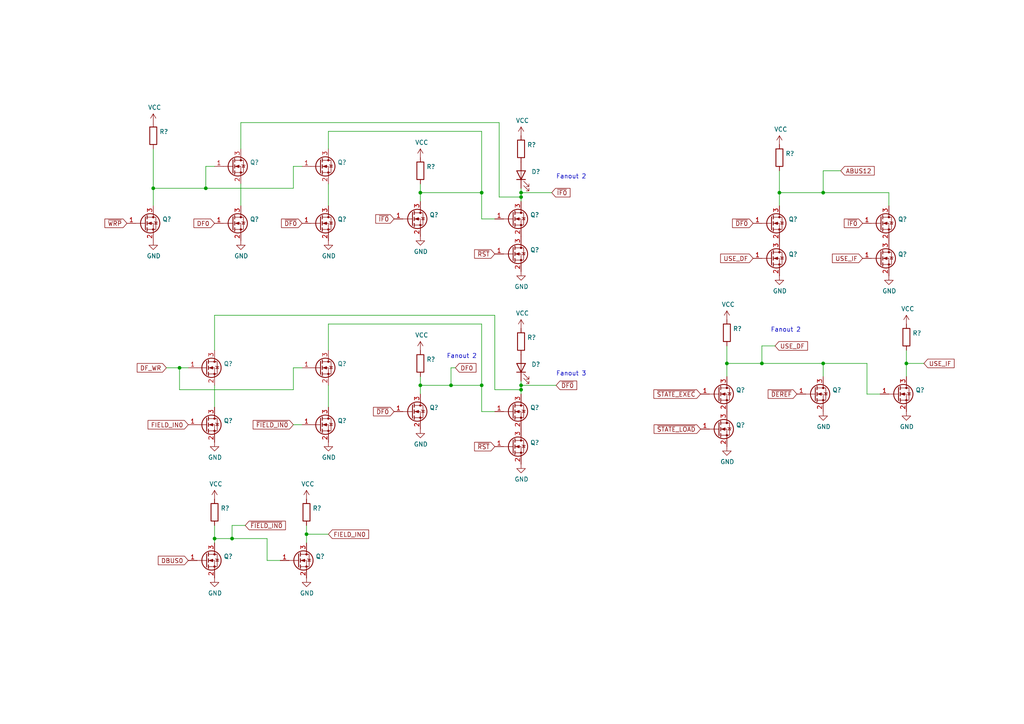
<source format=kicad_sch>
(kicad_sch (version 20211123) (generator eeschema)
  (paper "A4")
  (title_block (title "Q2 Computer") (date "2022-04-16") (rev "4c") (company "joewing.net"))
  (lib_symbols
    (symbol "Device:LED" (pin_numbers hide) (pin_names (offset 1.016) hide)
      (property "Reference" "D" (at 0 2.54 0))
      (property "Value" "LED" (at 0 -2.54 0))
      (symbol "LED_0_1"
        (polyline (pts (xy -1.27 -1.27) (xy -1.27 1.27)) (stroke (width 0.254)))
        (polyline (pts (xy -1.27 0) (xy 1.27 0)))
        (polyline (pts (xy 1.27 -1.27) (xy 1.27 1.27) (xy -1.27 0) (xy 1.27 -1.27)) (stroke (width 0.254)))
        (polyline (pts (xy -3.048 -0.762) (xy -4.572 -2.286) (xy -3.81 -2.286) (xy -4.572 -2.286) (xy -4.572 -1.524)))
        (polyline (pts (xy -1.778 -0.762) (xy -3.302 -2.286) (xy -2.54 -2.286) (xy -3.302 -2.286) (xy -3.302 -1.524)))
      )
      (symbol "LED_1_1"
        (pin passive line (at -3.81 0 0) (length 2.54) (name "K") (number "1"))
        (pin passive line (at 3.81 0 180) (length 2.54) (name "A") (number "2"))
      )
    )
    (symbol "Device:R" (pin_numbers hide) (pin_names (offset 0))
      (property "Reference" "R" (at 2.032 0 90))
      (property "Value" "R" (at 0 0 90))
      (symbol "R_0_1"
        (rectangle (start -1.016 -2.54) (end 1.016 2.54) (stroke (width 0.254)))
      )
      (symbol "R_1_1"
        (pin passive line (at 0 3.81 270) (length 1.27) (name "~") (number "1"))
        (pin passive line (at 0 -3.81 90) (length 1.27) (name "~") (number "2"))
      )
    )
    (symbol "Transistor_FET:2N7002" (pin_names hide)
      (property "Reference" "Q" (at 5.08 1.905 0))
      (property "Value" "2N7002" (at 5.08 0 0))
      (symbol "2N7002_0_1"
        (polyline (pts (xy 0.254 0) (xy -2.54 0)))
        (polyline (pts (xy 0.254 1.905) (xy 0.254 -1.905)) (stroke (width 0.254)))
        (polyline (pts (xy 0.762 -1.27) (xy 0.762 -2.286)) (stroke (width 0.254)))
        (polyline (pts (xy 0.762 0.508) (xy 0.762 -0.508)) (stroke (width 0.254)))
        (polyline (pts (xy 0.762 2.286) (xy 0.762 1.27)) (stroke (width 0.254)))
        (polyline (pts (xy 2.54 2.54) (xy 2.54 1.778)))
        (polyline (pts (xy 2.54 -2.54) (xy 2.54 0) (xy 0.762 0)))
        (polyline (pts (xy 0.762 -1.778) (xy 3.302 -1.778) (xy 3.302 1.778) (xy 0.762 1.778)))
        (polyline (pts (xy 1.016 0) (xy 2.032 0.381) (xy 2.032 -0.381) (xy 1.016 0)) (fill (type outline)))
        (polyline (pts (xy 2.794 0.508) (xy 2.921 0.381) (xy 3.683 0.381) (xy 3.81 0.254)))
        (polyline (pts (xy 3.302 0.381) (xy 2.921 -0.254) (xy 3.683 -0.254) (xy 3.302 0.381)))
        (circle (center 1.651 0) (radius 2.794) (stroke (width 0.254)))
        (circle (center 2.54 -1.778) (radius 0.254) (fill (type outline)))
        (circle (center 2.54 1.778) (radius 0.254) (fill (type outline)))
      )
      (symbol "2N7002_1_1"
        (pin input line (at -5.08 0 0) (length 2.54) (name "G") (number "1"))
        (pin passive line (at 2.54 -5.08 90) (length 2.54) (name "S") (number "2"))
        (pin passive line (at 2.54 5.08 270) (length 2.54) (name "D") (number "3"))
      )
    )
    (symbol "power:GND" (power) (pin_names (offset 0))
      (property "Value" "GND" (at 0 -3.81 0))
      (symbol "GND_0_1"
        (polyline (pts (xy 0 0) (xy 0 -1.27) (xy 1.27 -1.27) (xy 0 -2.54) (xy -1.27 -1.27) (xy 0 -1.27)))
      )
      (symbol "GND_1_1"
        (pin power_in line (at 0 0 270) (length 0) hide (name "GND") (number "1"))
      )
    )
    (symbol "power:VCC" (power) (pin_names (offset 0))
      (property "Value" "VCC" (at 0 3.81 0))
      (symbol "VCC_0_1"
        (polyline (pts (xy -0.762 1.27) (xy 0 2.54)))
        (polyline (pts (xy 0 0) (xy 0 2.54)))
        (polyline (pts (xy 0 2.54) (xy 0.762 1.27)))
      )
      (symbol "VCC_1_1"
        (pin power_in line (at 0 0 90) (length 0) hide (name "VCC") (number "1"))
      )
    )
  )
  (junction (at 67.31 156.21))
  (junction (at 59.69 54.61))
  (junction (at 88.9 154.94))
  (junction (at 262.89 105.41))
  (junction (at 151.13 111.76))
  (junction (at 121.92 111.76))
  (junction (at 130.81 111.76))
  (junction (at 151.13 113.03))
  (junction (at 151.13 55.88))
  (junction (at 238.76 55.88))
  (junction (at 139.7 55.88))
  (junction (at 52.07 106.68))
  (junction (at 44.45 54.61))
  (junction (at 151.13 57.15))
  (junction (at 210.82 105.41))
  (junction (at 238.76 105.41))
  (junction (at 62.23 156.21))
  (junction (at 226.06 55.88))
  (junction (at 220.98 105.41))
  (junction (at 121.92 55.88))
  (junction (at 139.7 111.76))
  (wire (pts (xy 95.25 59.69) (xy 95.25 53.34)))
  (wire (pts (xy 238.76 105.41) (xy 238.76 109.22)))
  (wire (pts (xy 210.82 100.33) (xy 210.82 105.41)))
  (wire (pts (xy 251.46 114.3) (xy 251.46 105.41)))
  (wire (pts (xy 139.7 111.76) (xy 130.81 111.76)))
  (wire (pts (xy 151.13 55.88) (xy 151.13 57.15)))
  (wire (pts (xy 59.69 54.61) (xy 85.09 54.61)))
  (wire (pts (xy 226.06 55.88) (xy 226.06 59.69)))
  (wire (pts (xy 139.7 93.98) (xy 139.7 111.76)))
  (wire (pts (xy 143.51 91.44) (xy 143.51 113.03)))
  (wire (pts (xy 143.51 113.03) (xy 151.13 113.03)))
  (wire (pts (xy 151.13 110.49) (xy 151.13 111.76)))
  (wire (pts (xy 267.97 105.41) (xy 262.89 105.41)))
  (wire (pts (xy 143.51 119.38) (xy 139.7 119.38)))
  (wire (pts (xy 85.09 48.26) (xy 87.63 48.26)))
  (wire (pts (xy 62.23 101.6) (xy 62.23 91.44)))
  (wire (pts (xy 121.92 53.34) (xy 121.92 55.88)))
  (wire (pts (xy 238.76 105.41) (xy 251.46 105.41)))
  (wire (pts (xy 44.45 43.18) (xy 44.45 54.61)))
  (wire (pts (xy 95.25 118.11) (xy 95.25 111.76)))
  (wire (pts (xy 143.51 63.5) (xy 139.7 63.5)))
  (wire (pts (xy 139.7 63.5) (xy 139.7 55.88)))
  (wire (pts (xy 121.92 109.22) (xy 121.92 111.76)))
  (wire (pts (xy 69.85 35.56) (xy 144.78 35.56)))
  (wire (pts (xy 62.23 111.76) (xy 62.23 118.11)))
  (wire (pts (xy 121.92 55.88) (xy 121.92 58.42)))
  (wire (pts (xy 144.78 35.56) (xy 144.78 57.15)))
  (wire (pts (xy 95.25 154.94) (xy 88.9 154.94)))
  (wire (pts (xy 77.47 162.56) (xy 77.47 156.21)))
  (wire (pts (xy 139.7 38.1) (xy 139.7 55.88)))
  (wire (pts (xy 238.76 49.53) (xy 238.76 55.88)))
  (wire (pts (xy 220.98 105.41) (xy 238.76 105.41)))
  (wire (pts (xy 161.29 111.76) (xy 151.13 111.76)))
  (wire (pts (xy 71.12 152.4) (xy 67.31 152.4)))
  (wire (pts (xy 160.02 55.88) (xy 151.13 55.88)))
  (wire (pts (xy 255.27 114.3) (xy 251.46 114.3)))
  (wire (pts (xy 69.85 43.18) (xy 69.85 35.56)))
  (wire (pts (xy 151.13 111.76) (xy 151.13 113.03)))
  (wire (pts (xy 59.69 48.26) (xy 62.23 48.26)))
  (wire (pts (xy 243.84 49.53) (xy 238.76 49.53)))
  (wire (pts (xy 81.28 162.56) (xy 77.47 162.56)))
  (wire (pts (xy 132.08 106.68) (xy 130.81 106.68)))
  (wire (pts (xy 95.25 43.18) (xy 95.25 38.1)))
  (wire (pts (xy 95.25 93.98) (xy 139.7 93.98)))
  (wire (pts (xy 139.7 119.38) (xy 139.7 111.76)))
  (wire (pts (xy 121.92 111.76) (xy 121.92 114.3)))
  (wire (pts (xy 62.23 156.21) (xy 62.23 157.48)))
  (wire (pts (xy 226.06 55.88) (xy 238.76 55.88)))
  (wire (pts (xy 85.09 106.68) (xy 87.63 106.68)))
  (wire (pts (xy 48.26 106.68) (xy 52.07 106.68)))
  (wire (pts (xy 85.09 54.61) (xy 85.09 48.26)))
  (wire (pts (xy 87.63 123.19) (xy 85.09 123.19)))
  (wire (pts (xy 226.06 49.53) (xy 226.06 55.88)))
  (wire (pts (xy 95.25 101.6) (xy 95.25 93.98)))
  (wire (pts (xy 151.13 57.15) (xy 151.13 58.42)))
  (wire (pts (xy 151.13 113.03) (xy 151.13 114.3)))
  (wire (pts (xy 52.07 113.03) (xy 85.09 113.03)))
  (wire (pts (xy 130.81 106.68) (xy 130.81 111.76)))
  (wire (pts (xy 220.98 100.33) (xy 220.98 105.41)))
  (wire (pts (xy 88.9 154.94) (xy 88.9 157.48)))
  (wire (pts (xy 77.47 156.21) (xy 67.31 156.21)))
  (wire (pts (xy 52.07 106.68) (xy 54.61 106.68)))
  (wire (pts (xy 144.78 57.15) (xy 151.13 57.15)))
  (wire (pts (xy 85.09 113.03) (xy 85.09 106.68)))
  (wire (pts (xy 130.81 111.76) (xy 121.92 111.76)))
  (wire (pts (xy 224.79 100.33) (xy 220.98 100.33)))
  (wire (pts (xy 262.89 101.6) (xy 262.89 105.41)))
  (wire (pts (xy 59.69 54.61) (xy 44.45 54.61)))
  (wire (pts (xy 67.31 152.4) (xy 67.31 156.21)))
  (wire (pts (xy 69.85 53.34) (xy 69.85 59.69)))
  (wire (pts (xy 210.82 105.41) (xy 220.98 105.41)))
  (wire (pts (xy 44.45 54.61) (xy 44.45 59.69)))
  (wire (pts (xy 67.31 156.21) (xy 62.23 156.21)))
  (wire (pts (xy 151.13 54.61) (xy 151.13 55.88)))
  (wire (pts (xy 88.9 152.4) (xy 88.9 154.94)))
  (wire (pts (xy 52.07 106.68) (xy 52.07 113.03)))
  (wire (pts (xy 59.69 48.26) (xy 59.69 54.61)))
  (wire (pts (xy 62.23 91.44) (xy 143.51 91.44)))
  (wire (pts (xy 238.76 55.88) (xy 257.81 55.88)))
  (wire (pts (xy 210.82 105.41) (xy 210.82 109.22)))
  (wire (pts (xy 95.25 38.1) (xy 139.7 38.1)))
  (wire (pts (xy 121.92 55.88) (xy 139.7 55.88)))
  (wire (pts (xy 62.23 152.4) (xy 62.23 156.21)))
  (wire (pts (xy 262.89 105.41) (xy 262.89 109.22)))
  (wire (pts (xy 257.81 55.88) (xy 257.81 59.69)))
  (text "Fanout 2" (at 223.52 96.52 0) (effects (font (size 1.27 1.27)) (justify left bottom)))
  (text "Fanout 2" (at 129.54 104.14 0) (effects (font (size 1.27 1.27)) (justify left bottom)))
  (text "Fanout 3" (at 161.29 109.22 0) (effects (font (size 1.27 1.27)) (justify left bottom)))
  (text "Fanout 2" (at 161.29 52.07 0) (effects (font (size 1.27 1.27)) (justify left bottom)))
  (global_label "~{DEREF}" (shape input) (at 231.14 114.3 180) (property "Intersheet References" "${INTERSHEET_REFS}" (effects hide)))
  (global_label "~{IF0}" (shape input) (at 114.3 63.5 180) (property "Intersheet References" "${INTERSHEET_REFS}" (effects hide)))
  (global_label "USE_IF" (shape input) (at 267.97 105.41 0) (property "Intersheet References" "${INTERSHEET_REFS}" (effects hide)))
  (global_label "FIELD_IN0" (shape input) (at 54.61 123.19 180) (property "Intersheet References" "${INTERSHEET_REFS}" (effects hide)))
  (global_label "~{FIELD_IN0}" (shape input) (at 85.09 123.19 180) (property "Intersheet References" "${INTERSHEET_REFS}" (effects hide)))
  (global_label "USE_DF" (shape input) (at 218.44 74.93 180) (property "Intersheet References" "${INTERSHEET_REFS}" (effects hide)))
  (global_label "DF0" (shape input) (at 132.08 106.68 0) (property "Intersheet References" "${INTERSHEET_REFS}" (effects hide)))
  (global_label "USE_DF" (shape input) (at 224.79 100.33 0) (property "Intersheet References" "${INTERSHEET_REFS}" (effects hide)))
  (global_label "FIELD_IN0" (shape input) (at 95.25 154.94 0) (property "Intersheet References" "${INTERSHEET_REFS}" (effects hide)))
  (global_label "~{FIELD_IN0}" (shape input) (at 71.12 152.4 0) (property "Intersheet References" "${INTERSHEET_REFS}" (effects hide)))
  (global_label "DF_WR" (shape input) (at 48.26 106.68 180) (property "Intersheet References" "${INTERSHEET_REFS}" (effects hide)))
  (global_label "~{DF0}" (shape input) (at 218.44 64.77 180) (property "Intersheet References" "${INTERSHEET_REFS}" (effects hide)))
  (global_label "USE_IF" (shape input) (at 250.19 74.93 180) (property "Intersheet References" "${INTERSHEET_REFS}" (effects hide)))
  (global_label "~{WRP}" (shape input) (at 36.83 64.77 180) (property "Intersheet References" "${INTERSHEET_REFS}" (effects hide)))
  (global_label "~{RST}" (shape input) (at 143.51 73.66 180) (property "Intersheet References" "${INTERSHEET_REFS}" (effects hide)))
  (global_label "~{DF0}" (shape input) (at 114.3 119.38 180) (property "Intersheet References" "${INTERSHEET_REFS}" (effects hide)))
  (global_label "~{DF0}" (shape input) (at 161.29 111.76 0) (property "Intersheet References" "${INTERSHEET_REFS}" (effects hide)))
  (global_label "DBUS0" (shape input) (at 54.61 162.56 180) (property "Intersheet References" "${INTERSHEET_REFS}" (effects hide)))
  (global_label "~{STATE_LOAD}" (shape input) (at 203.2 124.46 180) (property "Intersheet References" "${INTERSHEET_REFS}" (effects hide)))
  (global_label "DF0" (shape input) (at 62.23 64.77 180) (property "Intersheet References" "${INTERSHEET_REFS}" (effects hide)))
  (global_label "~{IF0}" (shape input) (at 160.02 55.88 0) (property "Intersheet References" "${INTERSHEET_REFS}" (effects hide)))
  (global_label "ABUS12" (shape input) (at 243.84 49.53 0) (property "Intersheet References" "${INTERSHEET_REFS}" (effects hide)))
  (global_label "~{RST}" (shape input) (at 143.51 129.54 180) (property "Intersheet References" "${INTERSHEET_REFS}" (effects hide)))
  (global_label "~{STATE_EXEC}" (shape input) (at 203.2 114.3 180) (property "Intersheet References" "${INTERSHEET_REFS}" (effects hide)))
  (global_label "~{DF0}" (shape input) (at 87.63 64.77 180) (property "Intersheet References" "${INTERSHEET_REFS}" (effects hide)))
  (global_label "~{IF0}" (shape input) (at 250.19 64.77 180) (property "Intersheet References" "${INTERSHEET_REFS}" (effects hide)))
  (symbol (lib_id "Transistor_FET:2N7002") (at 260.35 114.3 0) (unit 1)
    (property "Reference" "Q?" (at 265.5316 113.1316 0) (effects (justify left)))
    (property "LCSC" "C181083" (effects hide))
    (property "Manufacturer" "Guangdong Hottech" (effects hide))
    (property "Part Number" "2N7002" (effects hide))
    (property "Package" "SOT-23" (effects hide))
    (property "Type" "SMD" (effects hide))
  )
  (symbol (lib_id "Device:R") (at 262.89 97.79 0) (unit 1)
    (property "Reference" "R?" (at 264.668 96.6216 0) (effects (justify left)))
    (property "LCSC" "C25804" (effects hide))
    (property "Manufacturer" "UNI-ROYAL(Uniroyal Elec)" (effects hide))
    (property "Part Number" "0603WAF1002T5E" (effects hide))
    (property "Package" "0603" (effects hide))
    (property "Type" "SMD" (effects hide))
  )
  (symbol (lib_id "power:VCC") (at 262.89 93.98 0) (unit 1)
    (property "Reference" "#PWR?" (effects hide))
  )
  (symbol (lib_id "power:GND") (at 262.89 119.38 0) (unit 1)
    (property "Reference" "#PWR?" (effects hide))
  )
  (symbol (lib_id "Device:R") (at 226.06 45.72 0) (unit 1)
    (property "Reference" "R?" (at 227.838 44.5516 0) (effects (justify left)))
    (property "LCSC" "C25804" (effects hide))
    (property "Manufacturer" "UNI-ROYAL(Uniroyal Elec)" (effects hide))
    (property "Part Number" "0603WAF1002T5E" (effects hide))
    (property "Package" "0603" (effects hide))
    (property "Type" "SMD" (effects hide))
  )
  (symbol (lib_id "power:VCC") (at 226.06 41.91 0) (unit 1)
    (property "Reference" "#PWR?" (effects hide))
  )
  (symbol (lib_id "Transistor_FET:2N7002") (at 119.38 63.5 0) (unit 1)
    (property "Reference" "Q?" (at 124.5616 62.3316 0) (effects (justify left)))
    (property "LCSC" "C181083" (effects hide))
    (property "Manufacturer" "Guangdong Hottech" (effects hide))
    (property "Part Number" "2N7002" (effects hide))
    (property "Package" "SOT-23" (effects hide))
    (property "Type" "SMD" (effects hide))
  )
  (symbol (lib_id "Transistor_FET:2N7002") (at 148.59 63.5 0) (unit 1)
    (property "Reference" "Q?" (at 153.7716 62.3316 0) (effects (justify left)))
    (property "LCSC" "C181083" (effects hide))
    (property "Manufacturer" "Guangdong Hottech" (effects hide))
    (property "Part Number" "2N7002" (effects hide))
    (property "Package" "SOT-23" (effects hide))
    (property "Type" "SMD" (effects hide))
  )
  (symbol (lib_id "power:GND") (at 121.92 68.58 0) (unit 1)
    (property "Reference" "#PWR?" (effects hide))
  )
  (symbol (lib_id "Device:R") (at 121.92 49.53 0) (unit 1)
    (property "Reference" "R?" (at 123.698 48.3616 0) (effects (justify left)))
    (property "LCSC" "C25804" (effects hide))
    (property "Manufacturer" "UNI-ROYAL(Uniroyal Elec)" (effects hide))
    (property "Part Number" "0603WAF1002T5E" (effects hide))
    (property "Package" "0603" (effects hide))
    (property "Type" "SMD" (effects hide))
  )
  (symbol (lib_id "power:VCC") (at 121.92 45.72 0) (unit 1)
    (property "Reference" "#PWR?" (effects hide))
  )
  (symbol (lib_id "Device:LED") (at 151.13 50.8 90) (unit 1)
    (property "Reference" "D?" (at 154.1272 49.8094 90) (effects (justify right)))
    (property "LCSC" "C2296" (effects hide))
    (property "Manufacturer" "Hubei KENTO Elec" (effects hide))
    (property "Part Number" "17-21SUYC/TR8" (effects hide))
    (property "Package" "0805" (effects hide))
    (property "Type" "SMD" (effects hide))
  )
  (symbol (lib_id "Device:R") (at 151.13 43.18 0) (unit 1)
    (property "Reference" "R?" (at 152.908 42.0116 0) (effects (justify left)))
    (property "LCSC" "C21190" (effects hide))
    (property "Manufacturer" "UNI-ROYAL(Uniroyal Elec)" (effects hide))
    (property "Part Number" "0603WAF1001T5E" (effects hide))
    (property "Package" "0603" (effects hide))
    (property "Type" "SMD" (effects hide))
  )
  (symbol (lib_id "power:VCC") (at 151.13 39.37 0) (unit 1)
    (property "Reference" "#PWR?" (effects hide))
  )
  (symbol (lib_id "Transistor_FET:2N7002") (at 148.59 73.66 0) (unit 1)
    (property "Reference" "Q?" (at 153.7716 72.4916 0) (effects (justify left)))
    (property "LCSC" "C181083" (effects hide))
    (property "Manufacturer" "Guangdong Hottech" (effects hide))
    (property "Part Number" "2N7002K" (effects hide))
    (property "Package" "SOT-23" (effects hide))
    (property "Type" "SMD" (effects hide))
  )
  (symbol (lib_id "power:GND") (at 151.13 78.74 0) (unit 1)
    (property "Reference" "#PWR?" (effects hide))
  )
  (symbol (lib_id "Transistor_FET:2N7002") (at 41.91 64.77 0) (unit 1)
    (property "Reference" "Q?" (at 47.0916 63.6016 0) (effects (justify left)))
    (property "LCSC" "C181083" (effects hide))
    (property "Manufacturer" "Guangdong Hottech" (effects hide))
    (property "Part Number" "2N7002" (effects hide))
    (property "Package" "SOT-23" (effects hide))
    (property "Type" "SMD" (effects hide))
  )
  (symbol (lib_id "Transistor_FET:2N7002") (at 67.31 64.77 0) (unit 1)
    (property "Reference" "Q?" (at 72.4916 63.6016 0) (effects (justify left)))
    (property "LCSC" "C181083" (effects hide))
    (property "Manufacturer" "Guangdong Hottech" (effects hide))
    (property "Part Number" "2N7002" (effects hide))
    (property "Package" "SOT-23" (effects hide))
    (property "Type" "SMD" (effects hide))
  )
  (symbol (lib_id "Transistor_FET:2N7002") (at 236.22 114.3 0) (unit 1)
    (property "Reference" "Q?" (at 241.4016 113.1316 0) (effects (justify left)))
    (property "LCSC" "C181083" (effects hide))
    (property "Manufacturer" "Guangdong Hottech" (effects hide))
    (property "Part Number" "2N7002" (effects hide))
    (property "Package" "SOT-23" (effects hide))
    (property "Type" "SMD" (effects hide))
  )
  (symbol (lib_id "power:GND") (at 44.45 69.85 0) (unit 1)
    (property "Reference" "#PWR?" (effects hide))
  )
  (symbol (lib_id "power:GND") (at 69.85 69.85 0) (unit 1)
    (property "Reference" "#PWR?" (effects hide))
  )
  (symbol (lib_id "Transistor_FET:2N7002") (at 92.71 64.77 0) (unit 1)
    (property "Reference" "Q?" (at 97.8916 63.6016 0) (effects (justify left)))
    (property "LCSC" "C181083" (effects hide))
    (property "Manufacturer" "Guangdong Hottech" (effects hide))
    (property "Part Number" "2N7002" (effects hide))
    (property "Package" "SOT-23" (effects hide))
    (property "Type" "SMD" (effects hide))
  )
  (symbol (lib_id "power:GND") (at 95.25 69.85 0) (unit 1)
    (property "Reference" "#PWR?" (effects hide))
  )
  (symbol (lib_id "Transistor_FET:2N7002") (at 67.31 48.26 0) (unit 1)
    (property "Reference" "Q?" (at 72.4916 47.0916 0) (effects (justify left)))
    (property "LCSC" "C181083" (effects hide))
    (property "Manufacturer" "Guangdong Hottech" (effects hide))
    (property "Part Number" "2N7002" (effects hide))
    (property "Package" "SOT-23" (effects hide))
    (property "Type" "SMD" (effects hide))
  )
  (symbol (lib_id "Transistor_FET:2N7002") (at 92.71 48.26 0) (unit 1)
    (property "Reference" "Q?" (at 97.8916 47.0916 0) (effects (justify left)))
    (property "LCSC" "C181083" (effects hide))
    (property "Manufacturer" "Guangdong Hottech" (effects hide))
    (property "Part Number" "2N7002" (effects hide))
    (property "Package" "SOT-23" (effects hide))
    (property "Type" "SMD" (effects hide))
  )
  (symbol (lib_id "Device:R") (at 44.45 39.37 0) (unit 1)
    (property "Reference" "R?" (at 46.228 38.2016 0) (effects (justify left)))
    (property "LCSC" "C25804" (effects hide))
    (property "Manufacturer" "UNI-ROYAL(Uniroyal Elec)" (effects hide))
    (property "Part Number" "0603WAF1002T5E" (effects hide))
    (property "Package" "0603" (effects hide))
    (property "Type" "SMD" (effects hide))
  )
  (symbol (lib_id "power:VCC") (at 44.45 35.56 0) (unit 1)
    (property "Reference" "#PWR?" (effects hide))
  )
  (symbol (lib_id "power:GND") (at 238.76 119.38 0) (unit 1)
    (property "Reference" "#PWR?" (effects hide))
  )
  (symbol (lib_id "Transistor_FET:2N7002") (at 119.38 119.38 0) (unit 1)
    (property "Reference" "Q?" (at 124.5616 118.2116 0) (effects (justify left)))
    (property "LCSC" "C181083" (effects hide))
    (property "Manufacturer" "Guangdong Hottech" (effects hide))
    (property "Part Number" "2N7002" (effects hide))
    (property "Package" "SOT-23" (effects hide))
    (property "Type" "SMD" (effects hide))
  )
  (symbol (lib_id "Transistor_FET:2N7002") (at 148.59 119.38 0) (unit 1)
    (property "Reference" "Q?" (at 153.7716 118.2116 0) (effects (justify left)))
    (property "LCSC" "C181083" (effects hide))
    (property "Manufacturer" "Guangdong Hottech" (effects hide))
    (property "Part Number" "2N7002" (effects hide))
    (property "Package" "SOT-23" (effects hide))
    (property "Type" "SMD" (effects hide))
  )
  (symbol (lib_id "power:GND") (at 121.92 124.46 0) (unit 1)
    (property "Reference" "#PWR?" (effects hide))
  )
  (symbol (lib_id "Device:R") (at 121.92 105.41 0) (unit 1)
    (property "Reference" "R?" (at 123.698 104.2416 0) (effects (justify left)))
    (property "LCSC" "C25804" (effects hide))
    (property "Manufacturer" "UNI-ROYAL(Uniroyal Elec)" (effects hide))
    (property "Part Number" "0603WAF1002T5E" (effects hide))
    (property "Package" "0603" (effects hide))
    (property "Type" "SMD" (effects hide))
  )
  (symbol (lib_id "power:VCC") (at 121.92 101.6 0) (unit 1)
    (property "Reference" "#PWR?" (effects hide))
  )
  (symbol (lib_id "Device:LED") (at 151.13 106.68 90) (unit 1)
    (property "Reference" "D?" (at 154.1272 105.6894 90) (effects (justify right)))
    (property "LCSC" "C2296" (effects hide))
    (property "Manufacturer" "Hubei KENTO Elec" (effects hide))
    (property "Part Number" "17-21SUYC/TR8" (effects hide))
    (property "Package" "0805" (effects hide))
    (property "Type" "SMD" (effects hide))
  )
  (symbol (lib_id "Device:R") (at 151.13 99.06 0) (unit 1)
    (property "Reference" "R?" (at 152.908 97.8916 0) (effects (justify left)))
    (property "LCSC" "C21190" (effects hide))
    (property "Manufacturer" "UNI-ROYAL(Uniroyal Elec)" (effects hide))
    (property "Part Number" "0603WAF1001T5E" (effects hide))
    (property "Package" "0603" (effects hide))
    (property "Type" "SMD" (effects hide))
  )
  (symbol (lib_id "power:VCC") (at 151.13 95.25 0) (unit 1)
    (property "Reference" "#PWR?" (effects hide))
  )
  (symbol (lib_id "Transistor_FET:2N7002") (at 148.59 129.54 0) (unit 1)
    (property "Reference" "Q?" (at 153.7716 128.3716 0) (effects (justify left)))
    (property "LCSC" "C181083" (effects hide))
    (property "Manufacturer" "Guangdong Hottech" (effects hide))
    (property "Part Number" "2N7002K" (effects hide))
    (property "Package" "SOT-23" (effects hide))
    (property "Type" "SMD" (effects hide))
  )
  (symbol (lib_id "power:GND") (at 151.13 134.62 0) (unit 1)
    (property "Reference" "#PWR?" (effects hide))
  )
  (symbol (lib_id "Transistor_FET:2N7002") (at 59.69 162.56 0) (unit 1)
    (property "Reference" "Q?" (at 64.8716 161.3916 0) (effects (justify left)))
    (property "LCSC" "C181083" (effects hide))
    (property "Manufacturer" "Guangdong Hottech" (effects hide))
    (property "Part Number" "2N7002" (effects hide))
    (property "Package" "SOT-23" (effects hide))
    (property "Type" "SMD" (effects hide))
  )
  (symbol (lib_id "power:GND") (at 62.23 167.64 0) (unit 1)
    (property "Reference" "#PWR?" (effects hide))
  )
  (symbol (lib_id "Transistor_FET:2N7002") (at 92.71 123.19 0) (unit 1)
    (property "Reference" "Q?" (at 97.8916 122.0216 0) (effects (justify left)))
    (property "LCSC" "C181083" (effects hide))
    (property "Manufacturer" "Guangdong Hottech" (effects hide))
    (property "Part Number" "2N7002" (effects hide))
    (property "Package" "SOT-23" (effects hide))
    (property "Type" "SMD" (effects hide))
  )
  (symbol (lib_id "power:GND") (at 95.25 128.27 0) (unit 1)
    (property "Reference" "#PWR?" (effects hide))
  )
  (symbol (lib_id "Transistor_FET:2N7002") (at 59.69 106.68 0) (unit 1)
    (property "Reference" "Q?" (at 64.8716 105.5116 0) (effects (justify left)))
    (property "LCSC" "C181083" (effects hide))
    (property "Manufacturer" "Guangdong Hottech" (effects hide))
    (property "Part Number" "2N7002" (effects hide))
    (property "Package" "SOT-23" (effects hide))
    (property "Type" "SMD" (effects hide))
  )
  (symbol (lib_id "Transistor_FET:2N7002") (at 92.71 106.68 0) (unit 1)
    (property "Reference" "Q?" (at 97.8916 105.5116 0) (effects (justify left)))
    (property "LCSC" "C181083" (effects hide))
    (property "Manufacturer" "Guangdong Hottech" (effects hide))
    (property "Part Number" "2N7002" (effects hide))
    (property "Package" "SOT-23" (effects hide))
    (property "Type" "SMD" (effects hide))
  )
  (symbol (lib_id "Transistor_FET:2N7002") (at 255.27 64.77 0) (unit 1)
    (property "Reference" "Q?" (at 260.4516 63.6016 0) (effects (justify left)))
    (property "LCSC" "C181083" (effects hide))
    (property "Manufacturer" "Guangdong Hottech" (effects hide))
    (property "Part Number" "2N7002" (effects hide))
    (property "Package" "SOT-23" (effects hide))
    (property "Type" "SMD" (effects hide))
  )
  (symbol (lib_id "Transistor_FET:2N7002") (at 208.28 114.3 0) (unit 1)
    (property "Reference" "Q?" (at 213.4616 113.1316 0) (effects (justify left)))
    (property "LCSC" "C181083" (effects hide))
    (property "Manufacturer" "Guangdong Hottech" (effects hide))
    (property "Part Number" "2N7002" (effects hide))
    (property "Package" "SOT-23" (effects hide))
    (property "Type" "SMD" (effects hide))
  )
  (symbol (lib_id "power:GND") (at 226.06 80.01 0) (unit 1)
    (property "Reference" "#PWR?" (effects hide))
  )
  (symbol (lib_id "Transistor_FET:2N7002") (at 223.52 64.77 0) (unit 1)
    (property "Reference" "Q?" (at 228.7016 63.6016 0) (effects (justify left)))
    (property "LCSC" "C181083" (effects hide))
    (property "Manufacturer" "Guangdong Hottech" (effects hide))
    (property "Part Number" "2N7002" (effects hide))
    (property "Package" "SOT-23" (effects hide))
    (property "Type" "SMD" (effects hide))
  )
  (symbol (lib_id "Transistor_FET:2N7002") (at 223.52 74.93 0) (unit 1)
    (property "Reference" "Q?" (at 228.7016 73.7616 0) (effects (justify left)))
    (property "LCSC" "C181083" (effects hide))
    (property "Manufacturer" "Guangdong Hottech" (effects hide))
    (property "Part Number" "2N7002" (effects hide))
    (property "Package" "SOT-23" (effects hide))
    (property "Type" "SMD" (effects hide))
  )
  (symbol (lib_id "Transistor_FET:2N7002") (at 255.27 74.93 0) (unit 1)
    (property "Reference" "Q?" (at 260.4516 73.7616 0) (effects (justify left)))
    (property "LCSC" "C181083" (effects hide))
    (property "Manufacturer" "Guangdong Hottech" (effects hide))
    (property "Part Number" "2N7002" (effects hide))
    (property "Package" "SOT-23" (effects hide))
    (property "Type" "SMD" (effects hide))
  )
  (symbol (lib_id "power:GND") (at 257.81 80.01 0) (unit 1)
    (property "Reference" "#PWR?" (effects hide))
  )
  (symbol (lib_id "Transistor_FET:2N7002") (at 86.36 162.56 0) (unit 1)
    (property "Reference" "Q?" (at 91.5416 161.3916 0) (effects (justify left)))
    (property "LCSC" "C181083" (effects hide))
    (property "Manufacturer" "Guangdong Hottech" (effects hide))
    (property "Part Number" "2N7002" (effects hide))
    (property "Package" "SOT-23" (effects hide))
    (property "Type" "SMD" (effects hide))
  )
  (symbol (lib_id "Device:R") (at 62.23 148.59 0) (unit 1)
    (property "Reference" "R?" (at 64.008 147.4216 0) (effects (justify left)))
    (property "LCSC" "C25804" (effects hide))
    (property "Manufacturer" "UNI-ROYAL(Uniroyal Elec)" (effects hide))
    (property "Part Number" "0603WAF1002T5E" (effects hide))
    (property "Package" "0603" (effects hide))
    (property "Type" "SMD" (effects hide))
  )
  (symbol (lib_id "power:VCC") (at 62.23 144.78 0) (unit 1)
    (property "Reference" "#PWR?" (effects hide))
  )
  (symbol (lib_id "Device:R") (at 88.9 148.59 0) (unit 1)
    (property "Reference" "R?" (at 90.678 147.4216 0) (effects (justify left)))
    (property "LCSC" "C25804" (effects hide))
    (property "Manufacturer" "UNI-ROYAL(Uniroyal Elec)" (effects hide))
    (property "Part Number" "0603WAF1002T5E" (effects hide))
    (property "Package" "0603" (effects hide))
    (property "Type" "SMD" (effects hide))
  )
  (symbol (lib_id "power:VCC") (at 88.9 144.78 0) (unit 1)
    (property "Reference" "#PWR?" (effects hide))
  )
  (symbol (lib_id "power:GND") (at 88.9 167.64 0) (unit 1)
    (property "Reference" "#PWR?" (effects hide))
  )
  (symbol (lib_id "Transistor_FET:2N7002") (at 59.69 123.19 0) (unit 1)
    (property "Reference" "Q?" (at 64.8716 122.0216 0) (effects (justify left)))
    (property "LCSC" "C181083" (effects hide))
    (property "Manufacturer" "Guangdong Hottech" (effects hide))
    (property "Part Number" "2N7002" (effects hide))
    (property "Package" "SOT-23" (effects hide))
    (property "Type" "SMD" (effects hide))
  )
  (symbol (lib_id "power:GND") (at 62.23 128.27 0) (unit 1)
    (property "Reference" "#PWR?" (effects hide))
  )
  (symbol (lib_id "Transistor_FET:2N7002") (at 208.28 124.46 0) (unit 1)
    (property "Reference" "Q?" (at 213.4616 123.2916 0) (effects (justify left)))
    (property "LCSC" "C181083" (effects hide))
    (property "Manufacturer" "Guangdong Hottech" (effects hide))
    (property "Part Number" "2N7002" (effects hide))
    (property "Package" "SOT-23" (effects hide))
    (property "Type" "SMD" (effects hide))
  )
  (symbol (lib_id "power:GND") (at 210.82 129.54 0) (unit 1)
    (property "Reference" "#PWR?" (effects hide))
  )
  (symbol (lib_id "Device:R") (at 210.82 96.52 0) (unit 1)
    (property "Reference" "R?" (at 212.598 95.3516 0) (effects (justify left)))
    (property "LCSC" "C25804" (effects hide))
    (property "Manufacturer" "UNI-ROYAL(Uniroyal Elec)" (effects hide))
    (property "Part Number" "0603WAF1002T5E" (effects hide))
    (property "Package" "0603" (effects hide))
    (property "Type" "SMD" (effects hide))
  )
  (symbol (lib_id "power:VCC") (at 210.82 92.71 0) (unit 1)
    (property "Reference" "#PWR?" (effects hide))
  )
)
</source>
